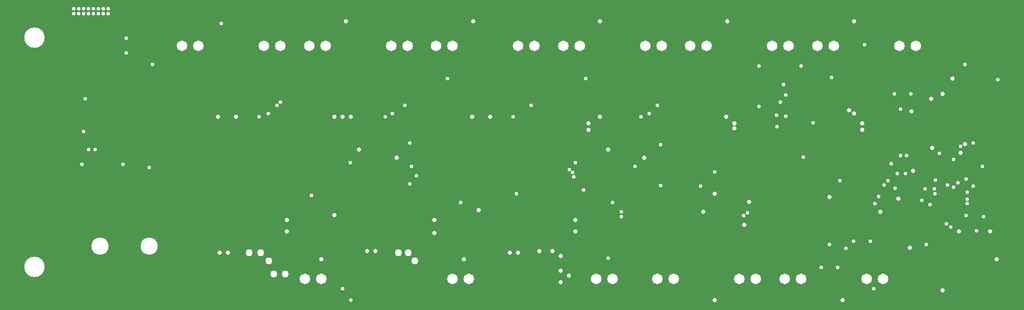
<source format=gbr>
G04 EAGLE Gerber RS-274X export*
G75*
%MOMM*%
%FSLAX34Y34*%
%LPD*%
%INSoldermask Bottom*%
%IPNEG*%
%AMOC8*
5,1,8,0,0,1.08239X$1,22.5*%
G01*
%ADD10C,1.651000*%
%ADD11C,2.667000*%
%ADD12C,3.175000*%
%ADD13C,0.584200*%
%ADD14C,0.680200*%
%ADD15C,1.102000*%


D10*
X1181100Y63500D03*
X1206500Y63500D03*
X933450Y425450D03*
X908050Y425450D03*
X863600Y425450D03*
X838200Y425450D03*
X1060450Y425450D03*
X1035050Y425450D03*
X1130300Y425450D03*
X1104900Y425450D03*
X1327150Y425450D03*
X1301750Y425450D03*
X1257300Y425450D03*
X1231900Y425450D03*
X1454150Y425450D03*
X1428750Y425450D03*
X958850Y63500D03*
X984250Y63500D03*
D11*
X190500Y114300D03*
X266700Y114300D03*
D10*
X1250950Y63500D03*
X1276350Y63500D03*
X736600Y63500D03*
X762000Y63500D03*
X508000Y63500D03*
X533400Y63500D03*
X1054100Y63500D03*
X1079500Y63500D03*
X1377950Y63500D03*
X1403350Y63500D03*
X342900Y425450D03*
X317500Y425450D03*
X469900Y425450D03*
X444500Y425450D03*
X539750Y425450D03*
X514350Y425450D03*
X666750Y425450D03*
X641350Y425450D03*
X736600Y425450D03*
X711200Y425450D03*
D12*
X88900Y438150D03*
X88900Y82550D03*
D13*
X1193800Y166688D03*
X1531938Y161925D03*
D14*
X768350Y463550D03*
X965200Y463550D03*
X1162050Y463550D03*
X1358900Y463550D03*
X1511300Y374650D03*
X1447800Y323850D03*
X1479550Y266700D03*
X1530350Y273050D03*
X1445260Y111760D03*
X1521460Y137160D03*
X1341120Y30480D03*
X1143000Y30480D03*
X1033780Y251460D03*
X977900Y264160D03*
X650240Y251460D03*
X591820Y264160D03*
X375920Y104140D03*
X388620Y104140D03*
X604520Y106680D03*
X617220Y106680D03*
X825500Y104140D03*
X838200Y104140D03*
X927100Y154940D03*
X927100Y137160D03*
X708660Y154940D03*
X708660Y134620D03*
X777240Y170180D03*
X754380Y93980D03*
X480060Y154940D03*
X480060Y137160D03*
X533400Y93980D03*
X553720Y162560D03*
D13*
X670560Y274320D03*
X670560Y210820D03*
X1059180Y271780D03*
X1059180Y208280D03*
X858520Y332740D03*
X830580Y314960D03*
X464820Y332740D03*
X436880Y314960D03*
X167640Y342900D03*
X165100Y292100D03*
X226060Y241300D03*
X266700Y236220D03*
X378460Y459740D03*
D14*
X571500Y463550D03*
D13*
X231140Y436880D03*
X231140Y414020D03*
X271780Y396240D03*
D14*
X1478280Y342900D03*
X1496060Y350520D03*
X1427480Y187960D03*
X1450340Y231140D03*
X1399540Y167640D03*
X1196340Y182880D03*
X1188720Y147320D03*
X1496060Y45720D03*
X1579880Y93980D03*
X1569720Y137160D03*
D13*
X1244600Y337820D03*
X1239520Y299720D03*
X662940Y332740D03*
X632460Y314960D03*
X1054100Y332740D03*
X1028700Y314960D03*
X977550Y96394D03*
X1483360Y203200D03*
X998220Y167640D03*
X998220Y160020D03*
X1187450Y161925D03*
X1533525Y180975D03*
X1346200Y111125D03*
X1357313Y122238D03*
X1390650Y180975D03*
X1533525Y187325D03*
X1384300Y122238D03*
X1547813Y138113D03*
X469900Y338138D03*
X1490663Y258763D03*
X450850Y320675D03*
X1512888Y206375D03*
X923925Y222250D03*
X1404938Y209550D03*
X1503363Y209550D03*
X642938Y320675D03*
X1439863Y255588D03*
X1389380Y48260D03*
X1320800Y116840D03*
D14*
X373380Y314960D03*
X401320Y314960D03*
X553720Y314960D03*
X566420Y314960D03*
X579120Y314960D03*
X767080Y314960D03*
X795020Y314960D03*
X947420Y294640D03*
X947420Y304800D03*
X965200Y314960D03*
X1160780Y314960D03*
X1173480Y304800D03*
X1173480Y297180D03*
X1351280Y325120D03*
X1358900Y320040D03*
X1371600Y304800D03*
X1371600Y294640D03*
X1320800Y190500D03*
X1143000Y195580D03*
X1125220Y167640D03*
X871220Y106680D03*
X891540Y106680D03*
X904240Y99060D03*
X904240Y76200D03*
X904240Y58420D03*
X916940Y68580D03*
X1524000Y259080D03*
D13*
X149860Y482600D03*
X157480Y482600D03*
X165100Y482600D03*
X149860Y474980D03*
X157480Y474980D03*
X165100Y474980D03*
X172720Y482600D03*
X172720Y474980D03*
X180340Y482600D03*
X180340Y474980D03*
X187960Y474980D03*
X187960Y482600D03*
X195580Y482600D03*
X195580Y474980D03*
X203200Y474980D03*
X203200Y482600D03*
D15*
X652780Y104140D03*
X668020Y104140D03*
X678180Y91440D03*
X421640Y104140D03*
X439420Y104140D03*
X452120Y91440D03*
X459740Y71120D03*
X477520Y71120D03*
D13*
X1308100Y81280D03*
X1333500Y81280D03*
X172720Y264160D03*
X162560Y241300D03*
X182880Y264160D03*
X728663Y374650D03*
X942975Y374650D03*
X1252538Y349250D03*
X1211263Y331788D03*
X1276350Y393700D03*
X1211263Y393700D03*
X1446213Y350838D03*
X1420813Y350838D03*
X1238250Y317500D03*
X1295400Y306388D03*
X1252538Y315913D03*
X1249363Y365125D03*
X1323975Y376238D03*
X1374775Y427038D03*
X917575Y233363D03*
X1468438Y203200D03*
X922338Y228600D03*
X1483678Y195898D03*
X1143000Y230188D03*
X1425575Y227013D03*
X1041400Y320675D03*
X1438275Y227013D03*
X1336675Y215900D03*
X1463675Y185738D03*
X1397000Y192088D03*
X1476375Y179388D03*
X1411288Y215900D03*
X1422400Y204788D03*
X1430338Y327025D03*
X1430338Y255588D03*
X927100Y244475D03*
X577850Y244475D03*
X1416050Y242888D03*
X1519238Y212725D03*
X939800Y201613D03*
X1558925Y160338D03*
X749300Y182563D03*
X579120Y30480D03*
X566420Y48260D03*
X518160Y193040D03*
X1557338Y238125D03*
X984250Y182563D03*
X1512888Y249238D03*
X1279525Y252413D03*
X673100Y238125D03*
X1019175Y238125D03*
X1501775Y149225D03*
X1470025Y117475D03*
X1530350Y396875D03*
X1581150Y373063D03*
X1508125Y144463D03*
X1120775Y207963D03*
X835660Y195580D03*
X680720Y223520D03*
X1531938Y219075D03*
X1524000Y269875D03*
X1543050Y207963D03*
X1543050Y274638D03*
X1484313Y217488D03*
X1533525Y198438D03*
M02*

</source>
